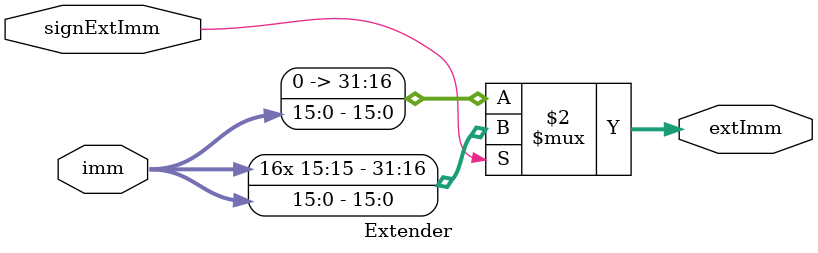
<source format=v>

module Extender(
               input signExtImm,
               input  [15:0] imm,
               output  [31:0] extImm
);
    assign extImm = (signExtImm == 1)? {{16{imm[15]}}, imm} : {16'b0, imm}; 
endmodule
</source>
